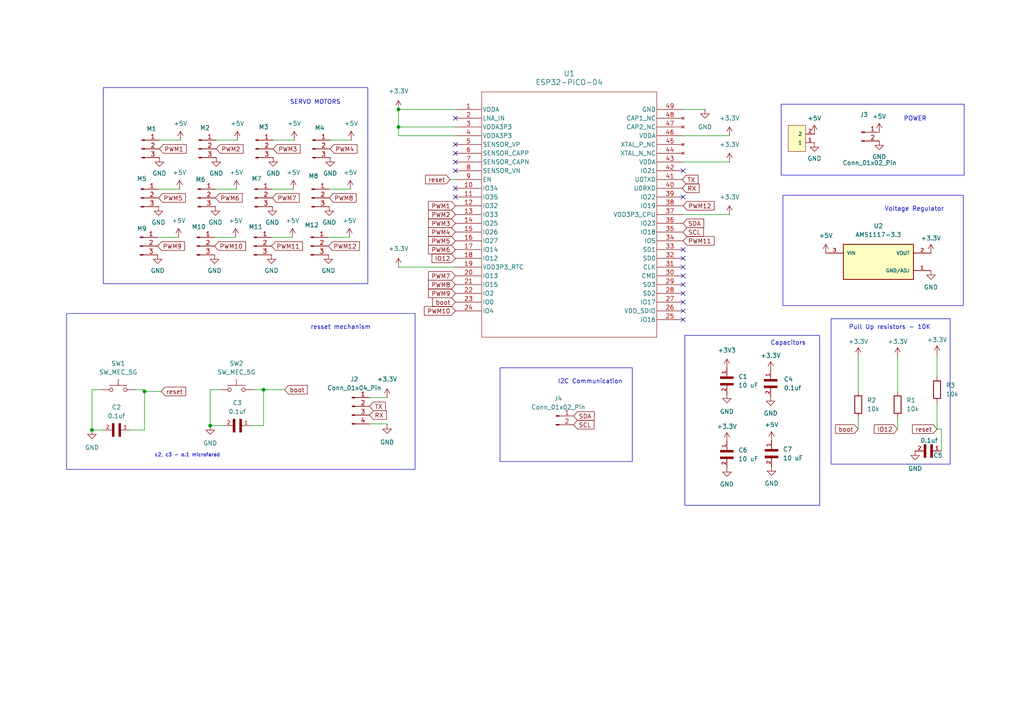
<source format=kicad_sch>
(kicad_sch (version 20231120) (generator "eeschema") (generator_version "8.0")
  (paper "A4")
  (title_block (title "ESP32SoC Shield") (date "2024-07-20") (company "ERC Bits Goa"))
  (lib_symbols
    (symbol "AMS1117-3.3:AMS1117-3.3" (pin_names (offset 1.016))
      (property "Reference" "U" (at -10.16 5.588 0))
      (property "Value" "AMS1117-3.3" (at -10.16 -8.128 0))
      (symbol "AMS1117-3.3_0_0"
        (rectangle (start -10.16 -5.08) (end 10.16 5.08) (stroke (width 0.254)) (fill (type background)))
        (pin power_in line (at 15.24 -2.54 180) (length 5.08) (name "GND/ADJ") (number "1"))
        (pin output line (at 15.24 2.54 180) (length 5.08) (name "VOUT") (number "2"))
        (pin input line (at -15.24 2.54 0) (length 5.08) (name "VIN") (number "3"))
      )
    )
    (symbol "Connector:Conn_01x02_Pin" (pin_names (offset 1.016) hide)
      (property "Reference" "J" (at 0 2.54 0))
      (property "Value" "Conn_01x02_Pin" (at 0 -5.08 0))
      (symbol "Conn_01x02_Pin_1_1"
        (polyline (pts (xy 1.27 -2.54) (xy 0.8636 -2.54)) (stroke (width 0.1524)))
        (polyline (pts (xy 1.27 0) (xy 0.8636 0)) (stroke (width 0.1524)))
        (rectangle (start 0.8636 -2.413) (end 0 -2.667) (stroke (width 0.1524)) (fill (type outline)))
        (rectangle (start 0.8636 0.127) (end 0 -0.127) (stroke (width 0.1524)) (fill (type outline)))
        (pin passive line (at 5.08 0 180) (length 3.81) (name "Pin_1") (number "1"))
        (pin passive line (at 5.08 -2.54 180) (length 3.81) (name "Pin_2") (number "2"))
      )
    )
    (symbol "Connector:Conn_01x03_Pin" (pin_names (offset 1.016) hide)
      (property "Reference" "J" (at 0 5.08 0))
      (property "Value" "Conn_01x03_Pin" (at 0 -5.08 0))
      (symbol "Conn_01x03_Pin_1_1"
        (polyline (pts (xy 1.27 -2.54) (xy 0.8636 -2.54)) (stroke (width 0.1524)))
        (polyline (pts (xy 1.27 0) (xy 0.8636 0)) (stroke (width 0.1524)))
        (polyline (pts (xy 1.27 2.54) (xy 0.8636 2.54)) (stroke (width 0.1524)))
        (rectangle (start 0.8636 -2.413) (end 0 -2.667) (stroke (width 0.1524)) (fill (type outline)))
        (rectangle (start 0.8636 0.127) (end 0 -0.127) (stroke (width 0.1524)) (fill (type outline)))
        (rectangle (start 0.8636 2.667) (end 0 2.413) (stroke (width 0.1524)) (fill (type outline)))
        (pin passive line (at 5.08 2.54 180) (length 3.81) (name "Pin_1") (number "1"))
        (pin passive line (at 5.08 0 180) (length 3.81) (name "Pin_2") (number "2"))
        (pin passive line (at 5.08 -2.54 180) (length 3.81) (name "Pin_3") (number "3"))
      )
    )
    (symbol "Connector:Conn_01x04_Pin" (pin_names (offset 1.016) hide)
      (property "Reference" "J" (at 0 5.08 0))
      (property "Value" "Conn_01x04_Pin" (at 0 -7.62 0))
      (symbol "Conn_01x04_Pin_1_1"
        (polyline (pts (xy 1.27 -5.08) (xy 0.8636 -5.08)) (stroke (width 0.1524)))
        (polyline (pts (xy 1.27 -2.54) (xy 0.8636 -2.54)) (stroke (width 0.1524)))
        (polyline (pts (xy 1.27 0) (xy 0.8636 0)) (stroke (width 0.1524)))
        (polyline (pts (xy 1.27 2.54) (xy 0.8636 2.54)) (stroke (width 0.1524)))
        (rectangle (start 0.8636 -4.953) (end 0 -5.207) (stroke (width 0.1524)) (fill (type outline)))
        (rectangle (start 0.8636 -2.413) (end 0 -2.667) (stroke (width 0.1524)) (fill (type outline)))
        (rectangle (start 0.8636 0.127) (end 0 -0.127) (stroke (width 0.1524)) (fill (type outline)))
        (rectangle (start 0.8636 2.667) (end 0 2.413) (stroke (width 0.1524)) (fill (type outline)))
        (pin passive line (at 5.08 2.54 180) (length 3.81) (name "Pin_1") (number "1"))
        (pin passive line (at 5.08 0 180) (length 3.81) (name "Pin_2") (number "2"))
        (pin passive line (at 5.08 -2.54 180) (length 3.81) (name "Pin_3") (number "3"))
        (pin passive line (at 5.08 -5.08 180) (length 3.81) (name "Pin_4") (number "4"))
      )
    )
    (symbol "Device:R" (pin_numbers hide) (pin_names (offset 0))
      (property "Reference" "R" (at 2.032 0 90))
      (property "Value" "R" (at 0 0 90))
      (symbol "R_0_1"
        (rectangle (start -1.016 -2.54) (end 1.016 2.54) (stroke (width 0.254)))
      )
      (symbol "R_1_1"
        (pin passive line (at 0 3.81 270) (length 1.27) (name "~") (number "1"))
        (pin passive line (at 0 -3.81 90) (length 1.27) (name "~") (number "2"))
      )
    )
    (symbol "Switch:SW_Push" (pin_numbers hide) (pin_names (offset 1.016) hide)
      (property "Reference" "SW" (at 1.27 2.54 0))
      (property "Value" "SW_Push" (at 0 -1.524 0))
      (symbol "SW_Push_0_1"
        (circle (center -2.032 0) (radius 0.508))
        (polyline (pts (xy 0 1.27) (xy 0 3.048)))
        (polyline (pts (xy 2.54 1.27) (xy -2.54 1.27)))
        (circle (center 2.032 0) (radius 0.508))
        (pin passive line (at -5.08 0 0) (length 2.54) (name "1") (number "1"))
        (pin passive line (at 5.08 0 180) (length 2.54) (name "2") (number "2"))
      )
    )
    (symbol "XT60_YELLOW:XT60_YELLOW" (pin_names (offset 1.016))
      (property "Reference" "Q" (at -2.5638 2.5579 0))
      (property "Value" "XT60_YELLOW" (at -2.5747 -7.6027 0))
      (symbol "XT60_YELLOW_0_0"
        (rectangle (start -2.54 -5.08) (end 2.54 2.54) (stroke (width 0.127)) (fill (type background)))
        (pin passive line (at -5.08 0 0) (length 2.54) (name "1") (number "1"))
        (pin passive line (at -5.08 -2.54 0) (length 2.54) (name "2") (number "2"))
      )
    )
    (symbol "espsoc:ESP32-PICO-D4" (pin_names (offset 0.254))
      (property "Reference" "U" (at 33.02 10.16 0))
      (property "Value" "ESP32-PICO-D4" (at 33.02 7.62 0))
      (symbol "ESP32-PICO-D4_0_1"
        (polyline (pts (xy 7.62 -66.04) (xy 58.42 -66.04)) (stroke (width 0.127)))
        (polyline (pts (xy 7.62 5.08) (xy 7.62 -66.04)) (stroke (width 0.127)))
        (polyline (pts (xy 58.42 -66.04) (xy 58.42 5.08)) (stroke (width 0.127)))
        (polyline (pts (xy 58.42 5.08) (xy 7.62 5.08)) (stroke (width 0.127)))
        (pin power_in line (at 0 0 0) (length 7.62) (name "VDDA") (number "1"))
        (pin input line (at 0 -22.86 0) (length 7.62) (name "IO34") (number "10"))
        (pin input line (at 0 -25.4 0) (length 7.62) (name "IO35") (number "11"))
        (pin bidirectional line (at 0 -27.94 0) (length 7.62) (name "IO32") (number "12"))
        (pin bidirectional line (at 0 -30.48 0) (length 7.62) (name "IO33") (number "13"))
        (pin bidirectional line (at 0 -33.02 0) (length 7.62) (name "IO25") (number "14"))
        (pin bidirectional line (at 0 -35.56 0) (length 7.62) (name "IO26") (number "15"))
        (pin bidirectional line (at 0 -38.1 0) (length 7.62) (name "IO27") (number "16"))
        (pin bidirectional line (at 0 -40.64 0) (length 7.62) (name "IO14") (number "17"))
        (pin bidirectional line (at 0 -43.18 0) (length 7.62) (name "IO12") (number "18"))
        (pin power_in line (at 0 -45.72 0) (length 7.62) (name "VDD3P3_RTC") (number "19"))
        (pin bidirectional line (at 0 -2.54 0) (length 7.62) (name "LNA_IN") (number "2"))
        (pin bidirectional line (at 0 -48.26 0) (length 7.62) (name "IO13") (number "20"))
        (pin bidirectional line (at 0 -50.8 0) (length 7.62) (name "IO15") (number "21"))
        (pin bidirectional line (at 0 -53.34 0) (length 7.62) (name "IO2") (number "22"))
        (pin bidirectional line (at 0 -55.88 0) (length 7.62) (name "IO0") (number "23"))
        (pin bidirectional line (at 0 -58.42 0) (length 7.62) (name "IO4") (number "24"))
        (pin bidirectional line (at 66.04 -60.96 180) (length 7.62) (name "IO16") (number "25"))
        (pin power_in line (at 66.04 -58.42 180) (length 7.62) (name "VDD_SDIO") (number "26"))
        (pin bidirectional line (at 66.04 -55.88 180) (length 7.62) (name "IO17") (number "27"))
        (pin bidirectional line (at 66.04 -53.34 180) (length 7.62) (name "SD2") (number "28"))
        (pin bidirectional line (at 66.04 -50.8 180) (length 7.62) (name "SD3") (number "29"))
        (pin power_in line (at 0 -5.08 0) (length 7.62) (name "VDDA3P3") (number "3"))
        (pin bidirectional line (at 66.04 -48.26 180) (length 7.62) (name "CMD") (number "30"))
        (pin bidirectional line (at 66.04 -45.72 180) (length 7.62) (name "CLK") (number "31"))
        (pin bidirectional line (at 66.04 -43.18 180) (length 7.62) (name "SD0") (number "32"))
        (pin bidirectional line (at 66.04 -40.64 180) (length 7.62) (name "SD1") (number "33"))
        (pin bidirectional line (at 66.04 -38.1 180) (length 7.62) (name "IO5") (number "34"))
        (pin bidirectional line (at 66.04 -35.56 180) (length 7.62) (name "IO18") (number "35"))
        (pin bidirectional line (at 66.04 -33.02 180) (length 7.62) (name "IO23") (number "36"))
        (pin power_in line (at 66.04 -30.48 180) (length 7.62) (name "VDD3P3_CPU") (number "37"))
        (pin bidirectional line (at 66.04 -27.94 180) (length 7.62) (name "IO19") (number "38"))
        (pin bidirectional line (at 66.04 -25.4 180) (length 7.62) (name "IO22") (number "39"))
        (pin power_in line (at 0 -7.62 0) (length 7.62) (name "VDDA3P3") (number "4"))
        (pin bidirectional line (at 66.04 -22.86 180) (length 7.62) (name "U0RXD") (number "40"))
        (pin bidirectional line (at 66.04 -20.32 180) (length 7.62) (name "U0TXD") (number "41"))
        (pin bidirectional line (at 66.04 -17.78 180) (length 7.62) (name "IO21") (number "42"))
        (pin power_in line (at 66.04 -15.24 180) (length 7.62) (name "VDDA") (number "43"))
        (pin no_connect line (at 66.04 -12.7 180) (length 7.62) (name "XTAL_N_NC") (number "44"))
        (pin no_connect line (at 66.04 -10.16 180) (length 7.62) (name "XTAL_P_NC") (number "45"))
        (pin power_in line (at 66.04 -7.62 180) (length 7.62) (name "VDDA") (number "46"))
        (pin no_connect line (at 66.04 -5.08 180) (length 7.62) (name "CAP2_NC") (number "47"))
        (pin no_connect line (at 66.04 -2.54 180) (length 7.62) (name "CAP1_NC") (number "48"))
        (pin power_out line (at 66.04 0 180) (length 7.62) (name "GND") (number "49"))
        (pin input line (at 0 -10.16 0) (length 7.62) (name "SENSOR_VP") (number "5"))
        (pin input line (at 0 -12.7 0) (length 7.62) (name "SENSOR_CAPP") (number "6"))
        (pin input line (at 0 -15.24 0) (length 7.62) (name "SENSOR_CAPN") (number "7"))
        (pin input line (at 0 -17.78 0) (length 7.62) (name "SENSOR_VN") (number "8"))
        (pin input line (at 0 -20.32 0) (length 7.62) (name "EN") (number "9"))
      )
    )
    (symbol "power:+3.3V" (power) (pin_numbers hide) (pin_names (offset 0) hide)
      (property "Value" "+3.3V" (at 0 3.556 0))
      (symbol "+3.3V_0_1"
        (polyline (pts (xy -0.762 1.27) (xy 0 2.54)))
        (polyline (pts (xy 0 0) (xy 0 2.54)))
        (polyline (pts (xy 0 2.54) (xy 0.762 1.27)))
      )
      (symbol "+3.3V_1_1"
        (pin power_in line (at 0 0 90) (length 0) (name "~") (number "1"))
      )
    )
    (symbol "power:+3V3" (power) (pin_numbers hide) (pin_names (offset 0) hide)
      (property "Value" "+3V3" (at 0 3.556 0))
      (symbol "+3V3_0_1"
        (polyline (pts (xy -0.762 1.27) (xy 0 2.54)))
        (polyline (pts (xy 0 0) (xy 0 2.54)))
        (polyline (pts (xy 0 2.54) (xy 0.762 1.27)))
      )
      (symbol "+3V3_1_1"
        (pin power_in line (at 0 0 90) (length 0) (name "~") (number "1"))
      )
    )
    (symbol "power:+5V" (power) (pin_numbers hide) (pin_names (offset 0) hide)
      (property "Value" "+5V" (at 0 3.556 0))
      (symbol "+5V_0_1"
        (polyline (pts (xy -0.762 1.27) (xy 0 2.54)))
        (polyline (pts (xy 0 0) (xy 0 2.54)))
        (polyline (pts (xy 0 2.54) (xy 0.762 1.27)))
      )
      (symbol "+5V_1_1"
        (pin power_in line (at 0 0 90) (length 0) (name "~") (number "1"))
      )
    )
    (symbol "power:GND" (power) (pin_numbers hide) (pin_names (offset 0) hide)
      (property "Value" "GND" (at 0 -3.81 0))
      (symbol "GND_0_1"
        (polyline (pts (xy 0 0) (xy 0 -1.27) (xy 1.27 -1.27) (xy 0 -2.54) (xy -1.27 -1.27) (xy 0 -1.27)))
      )
      (symbol "GND_1_1"
        (pin power_in line (at 0 0 270) (length 0) (name "~") (number "1"))
      )
    )
    (symbol "smd cap 1005:0402ZD105KAT2A" (pin_names (offset 1.016))
      (property "Reference" "C" (at 0 3.8109 0))
      (property "Value" "0402ZD105KAT2A" (at 0 -5.0885 0))
      (symbol "0402ZD105KAT2A_0_0"
        (rectangle (start 0 -1.9069) (end 0.635 1.905) (stroke (width 0.1)) (fill (type outline)))
        (rectangle (start 1.9069 -1.9069) (end 2.54 1.905) (stroke (width 0.1)) (fill (type outline)))
        (pin passive line (at -2.54 0 0) (length 2.54) (name "~") (number "1"))
        (pin passive line (at 5.08 0 180) (length 2.54) (name "~") (number "2"))
      )
    )
  )
  (junction (at 76.454 113.03))
  (junction (at 60.96 123.444))
  (junction (at 41.91 113.538))
  (junction (at 115.57 31.75))
  (junction (at 26.67 124.714))
  (junction (at 115.57 36.83))
  (no_connect (at 198.12 85.09))
  (no_connect (at 198.12 49.53))
  (no_connect (at 132.08 41.91))
  (no_connect (at 132.08 46.99))
  (no_connect (at 132.08 49.53))
  (no_connect (at 198.12 82.55))
  (no_connect (at 198.12 87.63))
  (no_connect (at 198.12 92.71))
  (no_connect (at 198.12 72.39))
  (no_connect (at 132.08 34.29))
  (no_connect (at 132.08 44.45))
  (no_connect (at 198.12 90.17))
  (no_connect (at 198.12 77.47))
  (no_connect (at 132.08 54.61))
  (no_connect (at 198.12 74.93))
  (no_connect (at 132.08 57.15))
  (no_connect (at 198.12 57.15))
  (no_connect (at 198.12 80.01))
  (wire (pts (xy 45.72 68.834) (xy 51.816 68.834)))
  (wire (pts (xy 73.66 113.03) (xy 76.454 113.03)))
  (wire (pts (xy 95.504 54.864) (xy 101.6 54.864)))
  (wire (pts (xy 45.974 54.864) (xy 52.07 54.864)))
  (wire (pts (xy 76.454 113.03) (xy 82.55 113.03)))
  (wire (pts (xy 62.484 54.864) (xy 68.58 54.864)))
  (wire (pts (xy 78.994 54.864) (xy 85.09 54.864)))
  (wire (pts (xy 63.5 113.03) (xy 60.96 113.03)))
  (wire (pts (xy 132.08 52.07) (xy 130.556 52.07)))
  (wire (pts (xy 60.96 123.444) (xy 65.024 123.444)))
  (wire (pts (xy 211.582 39.37) (xy 198.12 39.37)))
  (wire (pts (xy 271.78 124.46) (xy 271.78 116.84)))
  (wire (pts (xy 29.21 113.03) (xy 26.67 113.03)))
  (wire (pts (xy 26.67 124.714) (xy 29.972 124.714)))
  (wire (pts (xy 62.23 68.834) (xy 68.326 68.834)))
  (wire (pts (xy 271.78 109.22) (xy 271.78 102.87)))
  (wire (pts (xy 79.248 40.64) (xy 85.344 40.64)))
  (wire (pts (xy 211.582 46.99) (xy 198.12 46.99)))
  (wire (pts (xy 115.57 39.37) (xy 132.08 39.37)))
  (wire (pts (xy 198.12 52.07) (xy 197.866 52.07)))
  (wire (pts (xy 211.582 62.23) (xy 198.12 62.23)))
  (wire (pts (xy 248.92 103.378) (xy 248.92 113.538)))
  (wire (pts (xy 78.74 68.834) (xy 84.836 68.834)))
  (wire (pts (xy 115.57 31.75) (xy 132.08 31.75)))
  (wire (pts (xy 107.188 115.316) (xy 112.268 115.316)))
  (wire (pts (xy 107.188 122.936) (xy 112.268 122.936)))
  (wire (pts (xy 41.91 113.538) (xy 46.736 113.538)))
  (wire (pts (xy 41.91 113.03) (xy 41.91 113.538)))
  (wire (pts (xy 95.758 40.64) (xy 101.854 40.64)))
  (wire (pts (xy 76.454 113.03) (xy 76.454 123.444)))
  (wire (pts (xy 115.57 77.47) (xy 132.08 77.47)))
  (wire (pts (xy 198.12 31.75) (xy 204.47 31.75)))
  (wire (pts (xy 115.57 31.75) (xy 115.57 36.83)))
  (wire (pts (xy 95.25 68.834) (xy 101.346 68.834)))
  (wire (pts (xy 115.57 36.83) (xy 115.57 39.37)))
  (wire (pts (xy 46.228 40.64) (xy 52.324 40.64)))
  (wire (pts (xy 273.05 124.46) (xy 271.78 124.46)))
  (wire (pts (xy 76.454 123.444) (xy 72.644 123.444)))
  (wire (pts (xy 39.37 113.03) (xy 41.91 113.03)))
  (wire (pts (xy 260.35 103.378) (xy 260.35 113.538)))
  (wire (pts (xy 273.05 130.81) (xy 273.05 124.46)))
  (wire (pts (xy 248.92 121.158) (xy 248.92 124.46)))
  (wire (pts (xy 260.35 121.158) (xy 260.35 124.46)))
  (wire (pts (xy 26.67 113.03) (xy 26.67 124.714)))
  (wire (pts (xy 62.738 40.64) (xy 68.834 40.64)))
  (wire (pts (xy 112.268 122.936) (xy 112.268 123.19)))
  (wire (pts (xy 115.57 36.83) (xy 132.08 36.83)))
  (wire (pts (xy 60.96 113.03) (xy 60.96 123.444)))
  (wire (pts (xy 198.12 54.61) (xy 197.866 54.61)))
  (wire (pts (xy 41.91 124.714) (xy 37.592 124.714)))
  (wire (pts (xy 41.91 113.538) (xy 41.91 124.714)))
  (rectangle (start 227.076 56.642) (end 279.4 88.646))
  (rectangle (start 145.034 106.68) (end 183.388 133.858))
  (rectangle (start 19.304 90.932) (end 120.396 136.144))
  (rectangle (start 241.046 92.456) (end 275.59 134.62))
  (rectangle (start 226.568 30.226) (end 279.654 50.8))
  (rectangle (start 29.972 25.4) (end 106.68 82.296))
  (rectangle (start 198.628 97.282) (end 237.744 146.558))
  (text "I2C Communication\n" (at 171.196 110.744 0) (effects (font (size 1.27 1.27))))
  (text "POWER" (at 265.43 34.544 0) (effects (font (size 1.27 1.27))))
  (text "c2, c3 - o.1 microfarad" (at 54.356 132.08 0) (effects (font (size 1 1))))
  (text "SERVO MOTORS" (at 91.44 29.718 0) (effects (font (size 1.27 1.27))))
  (text "Voltage Regulator\n" (at 265.176 60.706 0) (effects (font (size 1.27 1.27))))
  (text "Capacitors\n" (at 228.6 99.568 0) (effects (font (size 1.27 1.27))))
  (text "resset mechanism\n" (at 98.806 94.996 0) (effects (font (size 1.27 1.27))))
  (text "Pull Up resistors - 10K\n" (at 258.064 94.996 0) (effects (font (size 1.27 1.27))))
  (global_label "boot" (shape input) (at 132.08 87.63 180) (property "Intersheetrefs" "${INTERSHEET_REFS}" (effects (hide yes))))
  (global_label "PWM12" (shape input) (at 95.25 71.374 0) (property "Intersheetrefs" "${INTERSHEET_REFS}" (effects (hide yes))))
  (global_label "PWM9" (shape input) (at 132.08 85.09 180) (property "Intersheetrefs" "${INTERSHEET_REFS}" (effects (hide yes))))
  (global_label "PWM8" (shape input) (at 95.504 57.404 0) (property "Intersheetrefs" "${INTERSHEET_REFS}" (effects (hide yes))))
  (global_label "PWM11" (shape input) (at 78.74 71.374 0) (property "Intersheetrefs" "${INTERSHEET_REFS}" (effects (hide yes))))
  (global_label "SDA" (shape input) (at 166.37 120.65 0) (property "Intersheetrefs" "${INTERSHEET_REFS}" (effects (hide yes))))
  (global_label "PWM1" (shape input) (at 46.228 43.18 0) (property "Intersheetrefs" "${INTERSHEET_REFS}" (effects (hide yes))))
  (global_label "boot" (shape input) (at 248.92 124.46 180) (property "Intersheetrefs" "${INTERSHEET_REFS}" (effects (hide yes))))
  (global_label "TX" (shape input) (at 107.188 117.856 0) (property "Intersheetrefs" "${INTERSHEET_REFS}" (effects (hide yes))))
  (global_label "SDA" (shape input) (at 198.12 64.77 0) (property "Intersheetrefs" "${INTERSHEET_REFS}" (effects (hide yes))))
  (global_label "PWM6" (shape input) (at 62.484 57.404 0) (property "Intersheetrefs" "${INTERSHEET_REFS}" (effects (hide yes))))
  (global_label "reset" (shape input) (at 130.556 52.07 180) (property "Intersheetrefs" "${INTERSHEET_REFS}" (effects (hide yes))))
  (global_label "PWM10" (shape input) (at 62.23 71.374 0) (property "Intersheetrefs" "${INTERSHEET_REFS}" (effects (hide yes))))
  (global_label "IO12" (shape input) (at 260.35 124.46 180) (property "Intersheetrefs" "${INTERSHEET_REFS}" (effects (hide yes))))
  (global_label "PWM2" (shape input) (at 132.08 62.23 180) (property "Intersheetrefs" "${INTERSHEET_REFS}" (effects (hide yes))))
  (global_label "PWM9" (shape input) (at 45.72 71.374 0) (property "Intersheetrefs" "${INTERSHEET_REFS}" (effects (hide yes))))
  (global_label "RX" (shape input) (at 107.188 120.396 0) (property "Intersheetrefs" "${INTERSHEET_REFS}" (effects (hide yes))))
  (global_label "TX" (shape input) (at 197.866 52.07 0) (property "Intersheetrefs" "${INTERSHEET_REFS}" (effects (hide yes))))
  (global_label "PWM2" (shape input) (at 62.738 43.18 0) (property "Intersheetrefs" "${INTERSHEET_REFS}" (effects (hide yes))))
  (global_label "IO12" (shape input) (at 132.08 74.93 180) (property "Intersheetrefs" "${INTERSHEET_REFS}" (effects (hide yes))))
  (global_label "PWM8" (shape input) (at 132.08 82.55 180) (property "Intersheetrefs" "${INTERSHEET_REFS}" (effects (hide yes))))
  (global_label "PWM6" (shape input) (at 132.08 72.39 180) (property "Intersheetrefs" "${INTERSHEET_REFS}" (effects (hide yes))))
  (global_label "PWM5" (shape input) (at 45.974 57.404 0) (property "Intersheetrefs" "${INTERSHEET_REFS}" (effects (hide yes))))
  (global_label "SCL" (shape input) (at 198.12 67.31 0) (property "Intersheetrefs" "${INTERSHEET_REFS}" (effects (hide yes))))
  (global_label "PWM5" (shape input) (at 132.08 69.85 180) (property "Intersheetrefs" "${INTERSHEET_REFS}" (effects (hide yes))))
  (global_label "PWM1" (shape input) (at 132.08 59.69 180) (property "Intersheetrefs" "${INTERSHEET_REFS}" (effects (hide yes))))
  (global_label "PWM3" (shape input) (at 132.08 64.77 180) (property "Intersheetrefs" "${INTERSHEET_REFS}" (effects (hide yes))))
  (global_label "RX" (shape input) (at 197.866 54.61 0) (property "Intersheetrefs" "${INTERSHEET_REFS}" (effects (hide yes))))
  (global_label "reset" (shape input) (at 271.78 124.46 180) (property "Intersheetrefs" "${INTERSHEET_REFS}" (effects (hide yes))))
  (global_label "reset" (shape input) (at 46.736 113.538 0) (property "Intersheetrefs" "${INTERSHEET_REFS}" (effects (hide yes))))
  (global_label "PWM12" (shape input) (at 198.12 59.69 0) (property "Intersheetrefs" "${INTERSHEET_REFS}" (effects (hide yes))))
  (global_label "SCL" (shape input) (at 166.37 123.19 0) (property "Intersheetrefs" "${INTERSHEET_REFS}" (effects (hide yes))))
  (global_label "PWM11" (shape input) (at 198.12 69.85 0) (property "Intersheetrefs" "${INTERSHEET_REFS}" (effects (hide yes))))
  (global_label "PWM3" (shape input) (at 79.248 43.18 0) (property "Intersheetrefs" "${INTERSHEET_REFS}" (effects (hide yes))))
  (global_label "PWM4" (shape input) (at 95.758 43.18 0) (property "Intersheetrefs" "${INTERSHEET_REFS}" (effects (hide yes))))
  (global_label "PWM10" (shape input) (at 132.08 90.17 180) (property "Intersheetrefs" "${INTERSHEET_REFS}" (effects (hide yes))))
  (global_label "boot" (shape input) (at 82.55 113.03 0) (property "Intersheetrefs" "${INTERSHEET_REFS}" (effects (hide yes))))
  (global_label "PWM7" (shape input) (at 132.08 80.01 180) (property "Intersheetrefs" "${INTERSHEET_REFS}" (effects (hide yes))))
  (global_label "PWM4" (shape input) (at 132.08 67.31 180) (property "Intersheetrefs" "${INTERSHEET_REFS}" (effects (hide yes))))
  (global_label "PWM7" (shape input) (at 78.994 57.404 0) (property "Intersheetrefs" "${INTERSHEET_REFS}" (effects (hide yes))))
  (symbol (lib_id "Connector:Conn_01x04_Pin") (at 102.108 117.856 0) (unit 1)
    (property "Reference" "J2" (at 102.743 109.982 0))
    (property "Value" "Conn_01x04_Pin" (at 102.743 112.522 0))
    (property "Footprint" "Connector_PinHeader_1.27mm:PinHeader_1x04_P1.27mm_Vertical" (effects (hide yes)))
    (property "Description" "Generic connector, single row, 01x04, script generated" (effects (hide yes)))
  )
  (symbol (lib_id "Connector:Conn_01x03_Pin") (at 74.168 43.18 0) (unit 1)
    (property "Reference" "M3" (at 76.454 36.83 0))
    (property "Value" "Conn_01x03_Pin" (effects (hide yes)))
    (property "Footprint" "Connector_PinHeader_2.54mm:PinHeader_1x03_P2.54mm_Vertical" (effects (hide yes)))
    (property "Description" "Generic connector, single row, 01x03, script generated" (effects (hide yes)))
  )
  (symbol (lib_id "power:GND") (at 45.974 59.944 0) (unit 1)
    (property "Reference" "#PWR014" (effects (hide yes)))
    (property "Value" "GND" (at 45.974 64.516 0))
    (property "Description" "Power symbol creates a global label with name \"GND\" , ground" (effects (hide yes)))
  )
  (symbol (lib_id "power:GND") (at 255.016 40.894 0) (unit 1)
    (property "Reference" "#PWR047" (effects (hide yes)))
    (property "Value" "GND" (at 255.016 45.466 0))
    (property "Description" "Power symbol creates a global label with name \"GND\" , ground" (effects (hide yes)))
  )
  (symbol (lib_id "power:+3.3V") (at 260.35 103.378 0) (unit 1)
    (property "Reference" "#PWR042" (effects (hide yes)))
    (property "Value" "+3.3V" (at 260.35 99.06 0))
    (property "Description" "Power symbol creates a global label with name \"+3.3V\"" (effects (hide yes)))
  )
  (symbol (lib_id "power:+5V") (at 101.346 68.834 0) (unit 1)
    (property "Reference" "#PWR026" (effects (hide yes)))
    (property "Value" "+5V" (at 101.346 64.008 0))
    (property "Description" "Power symbol creates a global label with name \"+5V\"" (effects (hide yes)))
  )
  (symbol (lib_id "power:GND") (at 95.504 59.944 0) (unit 1)
    (property "Reference" "#PWR07" (effects (hide yes)))
    (property "Value" "GND" (at 95.504 64.516 0))
    (property "Description" "Power symbol creates a global label with name \"GND\" , ground" (effects (hide yes)))
  )
  (symbol (lib_id "power:+5V") (at 85.09 54.864 0) (unit 1)
    (property "Reference" "#PWR020" (effects (hide yes)))
    (property "Value" "+5V" (at 85.09 50.038 0))
    (property "Description" "Power symbol creates a global label with name \"+5V\"" (effects (hide yes)))
  )
  (symbol (lib_id "power:+5V") (at 255.016 38.354 0) (unit 1)
    (property "Reference" "#PWR046" (effects (hide yes)))
    (property "Value" "+5V" (at 255.016 33.782 0))
    (property "Description" "Power symbol creates a global label with name \"+5V\"" (effects (hide yes)))
  )
  (symbol (lib_id "power:GND") (at 45.72 73.914 0) (unit 1)
    (property "Reference" "#PWR013" (effects (hide yes)))
    (property "Value" "GND" (at 45.72 78.486 0))
    (property "Description" "Power symbol creates a global label with name \"GND\" , ground" (effects (hide yes)))
  )
  (symbol (lib_id "Connector:Conn_01x03_Pin") (at 40.64 71.374 0) (unit 1)
    (property "Reference" "M9" (at 41.148 66.294 0))
    (property "Value" "Conn_01x03_Pin" (effects (hide yes)))
    (property "Footprint" "Connector_PinHeader_2.54mm:PinHeader_1x03_P2.54mm_Vertical" (effects (hide yes)))
    (property "Description" "Generic connector, single row, 01x03, script generated" (effects (hide yes)))
  )
  (symbol (lib_id "power:GND") (at 210.82 135.636 0) (unit 1)
    (property "Reference" "#PWR051" (effects (hide yes)))
    (property "Value" "GND" (at 210.82 140.462 0))
    (property "Description" "Power symbol creates a global label with name \"GND\" , ground" (effects (hide yes)))
  )
  (symbol (lib_id "power:+3.3V") (at 271.78 102.87 0) (unit 1)
    (property "Reference" "#PWR048" (effects (hide yes)))
    (property "Value" "+3.3V" (at 271.78 98.552 0))
    (property "Description" "Power symbol creates a global label with name \"+3.3V\"" (effects (hide yes)))
  )
  (symbol (lib_id "power:GND") (at 26.67 124.714 0) (unit 1)
    (property "Reference" "#PWR029" (effects (hide yes)))
    (property "Value" "GND" (at 26.67 129.794 0))
    (property "Description" "Power symbol creates a global label with name \"GND\" , ground" (effects (hide yes)))
  )
  (symbol (lib_id "power:GND") (at 60.96 123.444 0) (unit 1)
    (property "Reference" "#PWR036" (effects (hide yes)))
    (property "Value" "GND" (at 60.96 128.524 0))
    (property "Description" "Power symbol creates a global label with name \"GND\" , ground" (effects (hide yes)))
  )
  (symbol (lib_id "power:+3.3V") (at 223.52 107.442 0) (unit 1)
    (property "Reference" "#PWR052" (effects (hide yes)))
    (property "Value" "+3.3V" (at 223.52 103.124 0))
    (property "Description" "Power symbol creates a global label with name \"+3.3V\"" (effects (hide yes)))
  )
  (symbol (lib_id "Connector:Conn_01x02_Pin") (at 161.29 120.65 0) (unit 1)
    (property "Reference" "J4" (at 161.925 115.57 0))
    (property "Value" "Conn_01x02_Pin" (at 161.925 118.11 0))
    (property "Footprint" "Connector_JST:JST_XH_B2B-XH-A_1x02_P2.50mm_Vertical" (effects (hide yes)))
    (property "Description" "Generic connector, single row, 01x02, script generated" (effects (hide yes)))
  )
  (symbol (lib_id "smd cap 1005:0402ZD105KAT2A") (at 210.82 109.22 270) (unit 1)
    (property "Reference" "C1" (at 214.122 109.2199 90) (effects (justify left)))
    (property "Value" "10 uF" (at 214.122 111.7599 90) (effects (justify left)))
    (property "Footprint" "Capacitor_SMD:C_0402_1005Metric_Pad0.74x0.62mm_HandSolder" (effects (hide yes)))
    (property "Description" "Unpolarized capacitor" (effects (hide yes)))
    (property "MF" "KYOCERA AVX" (effects (hide yes)))
    (property "Description_1" "\n1 µF ±10% 10V Ceramic Capacitor X5R 0402 (1005 Metric)\n" (effects (hide yes)))
    (property "Package" "1005 AVX" (effects (hide yes)))
    (property "Price" "None" (effects (hide yes)))
    (property "SnapEDA_Link" "https://www.snapeda.com/parts/0402ZD105KAT2A/Kyocera/view-part/?ref=snap" (effects (hide yes)))
    (property "MP" "0402ZD105KAT2A" (effects (hide yes)))
    (property "Purchase-URL" "https://www.snapeda.com/api/url_track_click_mouser/?unipart_id=11838191&manufacturer=KYOCERA AVX&part_name=0402ZD105KAT2A&search_term=None" (effects (hide yes)))
    (property "Availability" "In Stock" (effects (hide yes)))
    (property "Check_prices" "https://www.snapeda.com/parts/0402ZD105KAT2A/Kyocera/view-part/?ref=eda" (effects (hide yes)))
  )
  (symbol (lib_id "power:+5V") (at 239.522 73.406 0) (unit 1)
    (property "Reference" "#PWR039" (effects (hide yes)))
    (property "Value" "+5V" (at 239.522 68.326 0))
    (property "Description" "Power symbol creates a global label with name \"+5V\"" (effects (hide yes)))
  )
  (symbol (lib_id "power:GND") (at 78.994 59.944 0) (unit 1)
    (property "Reference" "#PWR010" (effects (hide yes)))
    (property "Value" "GND" (at 78.994 64.516 0))
    (property "Description" "Power symbol creates a global label with name \"GND\" , ground" (effects (hide yes)))
  )
  (symbol (lib_id "power:GND") (at 265.43 130.81 0) (unit 1)
    (property "Reference" "#PWR049" (effects (hide yes)))
    (property "Value" "GND" (at 265.43 135.89 0))
    (property "Description" "Power symbol creates a global label with name \"GND\" , ground" (effects (hide yes)))
  )
  (symbol (lib_id "power:GND") (at 270.002 78.486 0) (unit 1)
    (property "Reference" "#PWR041" (effects (hide yes)))
    (property "Value" "GND" (at 270.002 83.312 0))
    (property "Description" "Power symbol creates a global label with name \"GND\" , ground" (effects (hide yes)))
  )
  (symbol (lib_id "power:+3.3V") (at 115.57 31.75 0) (unit 1)
    (property "Reference" "#PWR038" (effects (hide yes)))
    (property "Value" "+3.3V" (at 115.57 26.416 0))
    (property "Description" "Power symbol creates a global label with name \"+3.3V\"" (effects (hide yes)))
  )
  (symbol (lib_id "smd cap 1005:0402ZD105KAT2A") (at 223.774 130.302 270) (unit 1)
    (property "Reference" "C7" (at 227.076 130.3019 90) (effects (justify left)))
    (property "Value" "10 uF" (at 227.076 132.8419 90) (effects (justify left)))
    (property "Footprint" "Capacitor_SMD:C_0402_1005Metric_Pad0.74x0.62mm_HandSolder" (effects (hide yes)))
    (property "Description" "Unpolarized capacitor" (effects (hide yes)))
    (property "MF" "KYOCERA AVX" (effects (hide yes)))
    (property "Description_1" "\n1 µF ±10% 10V Ceramic Capacitor X5R 0402 (1005 Metric)\n" (effects (hide yes)))
    (property "Package" "1005 AVX" (effects (hide yes)))
    (property "Price" "None" (effects (hide yes)))
    (property "SnapEDA_Link" "https://www.snapeda.com/parts/0402ZD105KAT2A/Kyocera/view-part/?ref=snap" (effects (hide yes)))
    (property "MP" "0402ZD105KAT2A" (effects (hide yes)))
    (property "Purchase-URL" "https://www.snapeda.com/api/url_track_click_mouser/?unipart_id=11838191&manufacturer=KYOCERA AVX&part_name=0402ZD105KAT2A&search_term=None" (effects (hide yes)))
    (property "Availability" "In Stock" (effects (hide yes)))
    (property "Check_prices" "https://www.snapeda.com/parts/0402ZD105KAT2A/Kyocera/view-part/?ref=eda" (effects (hide yes)))
  )
  (symbol (lib_id "power:+3.3V") (at 211.582 39.37 0) (unit 1)
    (property "Reference" "#PWR035" (effects (hide yes)))
    (property "Value" "+3.3V" (at 211.582 34.29 0))
    (property "Description" "Power symbol creates a global label with name \"+3.3V\"" (effects (hide yes)))
  )
  (symbol (lib_id "power:+5V") (at 68.58 54.864 0) (unit 1)
    (property "Reference" "#PWR021" (effects (hide yes)))
    (property "Value" "+5V" (at 68.58 50.038 0))
    (property "Description" "Power symbol creates a global label with name \"+5V\"" (effects (hide yes)))
  )
  (symbol (lib_id "power:GND") (at 223.774 135.382 0) (unit 1)
    (property "Reference" "#PWR053" (effects (hide yes)))
    (property "Value" "GND" (at 223.774 140.208 0))
    (property "Description" "Power symbol creates a global label with name \"GND\" , ground" (effects (hide yes)))
  )
  (symbol (lib_id "Connector:Conn_01x03_Pin") (at 40.894 57.404 0) (unit 1)
    (property "Reference" "M5" (at 41.148 51.816 0))
    (property "Value" "Conn_01x03_Pin" (effects (hide yes)))
    (property "Footprint" "Connector_PinHeader_2.54mm:PinHeader_1x03_P2.54mm_Vertical" (effects (hide yes)))
    (property "Description" "Generic connector, single row, 01x03, script generated" (effects (hide yes)))
  )
  (symbol (lib_id "power:+5V") (at 52.324 40.64 0) (unit 1)
    (property "Reference" "#PWR015" (effects (hide yes)))
    (property "Value" "+5V" (at 52.324 35.814 0))
    (property "Description" "Power symbol creates a global label with name \"+5V\"" (effects (hide yes)))
  )
  (symbol (lib_id "power:+5V") (at 68.834 40.64 0) (unit 1)
    (property "Reference" "#PWR016" (effects (hide yes)))
    (property "Value" "+5V" (at 68.834 35.814 0))
    (property "Description" "Power symbol creates a global label with name \"+5V\"" (effects (hide yes)))
  )
  (symbol (lib_id "smd cap 1005:0402ZD105KAT2A") (at 35.052 124.714 180) (unit 1)
    (property "Reference" "C2" (at 33.782 118.11 0))
    (property "Value" "0.1uf" (at 33.782 120.65 0))
    (property "Footprint" "Capacitor_SMD:C_0402_1005Metric_Pad0.74x0.62mm_HandSolder" (effects (hide yes)))
    (property "Description" "Unpolarized capacitor" (effects (hide yes)))
    (property "MF" "KYOCERA AVX" (effects (hide yes)))
    (property "Description_1" "\n1 µF ±10% 10V Ceramic Capacitor X5R 0402 (1005 Metric)\n" (effects (hide yes)))
    (property "Package" "1005 AVX" (effects (hide yes)))
    (property "Price" "None" (effects (hide yes)))
    (property "SnapEDA_Link" "https://www.snapeda.com/parts/0402ZD105KAT2A/Kyocera/view-part/?ref=snap" (effects (hide yes)))
    (property "MP" "0402ZD105KAT2A" (effects (hide yes)))
    (property "Purchase-URL" "https://www.snapeda.com/api/url_track_click_mouser/?unipart_id=11838191&manufacturer=KYOCERA AVX&part_name=0402ZD105KAT2A&search_term=None" (effects (hide yes)))
    (property "Availability" "In Stock" (effects (hide yes)))
    (property "Check_prices" "https://www.snapeda.com/parts/0402ZD105KAT2A/Kyocera/view-part/?ref=eda" (effects (hide yes)))
  )
  (symbol (lib_id "Connector:Conn_01x03_Pin") (at 57.658 43.18 0) (unit 1)
    (property "Reference" "M2" (at 59.436 37.084 0))
    (property "Value" "Conn_01x03_Pin" (effects (hide yes)))
    (property "Footprint" "Connector_PinHeader_2.54mm:PinHeader_1x03_P2.54mm_Vertical" (effects (hide yes)))
    (property "Description" "Generic connector, single row, 01x03, script generated" (effects (hide yes)))
  )
  (symbol (lib_id "Switch:SW_Push") (at 68.58 113.03 0) (unit 1)
    (property "Reference" "SW2" (at 68.58 105.41 0))
    (property "Value" "SW_MEC_5G" (at 68.58 107.95 0))
    (property "Footprint" "Button_Switch_SMD:SW_Tactile_SPST_NO_Straight_CK_PTS636Sx25SMTRLFS" (effects (hide yes)))
    (property "Description" "Push button switch, generic, two pins" (effects (hide yes)))
  )
  (symbol (lib_id "smd cap 1005:0402ZD105KAT2A") (at 270.51 130.81 180) (unit 1)
    (property "Reference" "C5" (at 272.034 132.08 0))
    (property "Value" "0.1uf" (at 269.494 127.762 0))
    (property "Footprint" "Capacitor_SMD:C_0402_1005Metric_Pad0.74x0.62mm_HandSolder" (effects (hide yes)))
    (property "Description" "Unpolarized capacitor" (effects (hide yes)))
    (property "MF" "KYOCERA AVX" (effects (hide yes)))
    (property "Description_1" "\n1 µF ±10% 10V Ceramic Capacitor X5R 0402 (1005 Metric)\n" (effects (hide yes)))
    (property "Package" "1005 AVX" (effects (hide yes)))
    (property "Price" "None" (effects (hide yes)))
    (property "SnapEDA_Link" "https://www.snapeda.com/parts/0402ZD105KAT2A/Kyocera/view-part/?ref=snap" (effects (hide yes)))
    (property "MP" "0402ZD105KAT2A" (effects (hide yes)))
    (property "Purchase-URL" "https://www.snapeda.com/api/url_track_click_mouser/?unipart_id=11838191&manufacturer=KYOCERA AVX&part_name=0402ZD105KAT2A&search_term=None" (effects (hide yes)))
    (property "Availability" "In Stock" (effects (hide yes)))
    (property "Check_prices" "https://www.snapeda.com/parts/0402ZD105KAT2A/Kyocera/view-part/?ref=eda" (effects (hide yes)))
  )
  (symbol (lib_id "power:GND") (at 204.47 31.75 0) (unit 1)
    (property "Reference" "#PWR02" (effects (hide yes)))
    (property "Value" "GND" (at 204.47 36.83 0))
    (property "Description" "Power symbol creates a global label with name \"GND\" , ground" (effects (hide yes)))
  )
  (symbol (lib_id "Connector:Conn_01x03_Pin") (at 73.66 71.374 0) (unit 1)
    (property "Reference" "M11" (at 74.168 65.786 0))
    (property "Value" "Conn_01x03_Pin" (effects (hide yes)))
    (property "Footprint" "Connector_PinHeader_2.54mm:PinHeader_1x03_P2.54mm_Vertical" (effects (hide yes)))
    (property "Description" "Generic connector, single row, 01x03, script generated" (effects (hide yes)))
  )
  (symbol (lib_id "power:GND") (at 223.52 115.062 0) (unit 1)
    (property "Reference" "#PWR043" (effects (hide yes)))
    (property "Value" "GND" (at 223.52 119.888 0))
    (property "Description" "Power symbol creates a global label with name \"GND\" , ground" (effects (hide yes)))
  )
  (symbol (lib_id "Switch:SW_Push") (at 34.29 113.03 0) (unit 1)
    (property "Reference" "SW1" (at 34.29 105.41 0))
    (property "Value" "SW_MEC_5G" (at 34.29 107.95 0))
    (property "Footprint" "Button_Switch_SMD:SW_Tactile_SPST_NO_Straight_CK_PTS636Sx25SMTRLFS" (effects (hide yes)))
    (property "Description" "Push button switch, generic, two pins" (effects (hide yes)))
  )
  (symbol (lib_id "power:+5V") (at 84.836 68.834 0) (unit 1)
    (property "Reference" "#PWR025" (effects (hide yes)))
    (property "Value" "+5V" (at 84.836 64.008 0))
    (property "Description" "Power symbol creates a global label with name \"+5V\"" (effects (hide yes)))
  )
  (symbol (lib_id "smd cap 1005:0402ZD105KAT2A") (at 210.82 130.556 270) (unit 1)
    (property "Reference" "C6" (at 214.122 130.5559 90) (effects (justify left)))
    (property "Value" "10 uF" (at 214.122 133.0959 90) (effects (justify left)))
    (property "Footprint" "Capacitor_SMD:C_0402_1005Metric_Pad0.74x0.62mm_HandSolder" (effects (hide yes)))
    (property "Description" "Unpolarized capacitor" (effects (hide yes)))
    (property "MF" "KYOCERA AVX" (effects (hide yes)))
    (property "Description_1" "\n1 µF ±10% 10V Ceramic Capacitor X5R 0402 (1005 Metric)\n" (effects (hide yes)))
    (property "Package" "1005 AVX" (effects (hide yes)))
    (property "Price" "None" (effects (hide yes)))
    (property "SnapEDA_Link" "https://www.snapeda.com/parts/0402ZD105KAT2A/Kyocera/view-part/?ref=snap" (effects (hide yes)))
    (property "MP" "0402ZD105KAT2A" (effects (hide yes)))
    (property "Purchase-URL" "https://www.snapeda.com/api/url_track_click_mouser/?unipart_id=11838191&manufacturer=KYOCERA AVX&part_name=0402ZD105KAT2A&search_term=None" (effects (hide yes)))
    (property "Availability" "In Stock" (effects (hide yes)))
    (property "Check_prices" "https://www.snapeda.com/parts/0402ZD105KAT2A/Kyocera/view-part/?ref=eda" (effects (hide yes)))
  )
  (symbol (lib_id "XT60_YELLOW:XT60_YELLOW") (at 231.14 41.402 180) (unit 1)
    (property "Reference" "J1" (effects (hide yes)))
    (property "Value" "DCJ200-10-A-XX-K_REVA" (effects (hide yes)))
    (property "Footprint" "Connector_AMASS:AMASS_XT30U-M_1x02_P5.0mm_Vertical" (effects (hide yes)))
    (property "MF" "Pololu" (effects (hide yes)))
    (property "MAXIMUM_PACKAGE_HEIGHT" "15.9 mm" (effects (hide yes)))
    (property "Package" "None" (effects (hide yes)))
    (property "Price" "None" (effects (hide yes)))
    (property "Check_prices" "https://www.snapeda.com/parts/XT60%20YELLOW/Pololu/view-part/?ref=eda" (effects (hide yes)))
    (property "STANDARD" "IPC 2222A" (effects (hide yes)))
    (property "PARTREV" "1.2" (effects (hide yes)))
    (property "SnapEDA_Link" "https://www.snapeda.com/parts/XT60%20YELLOW/Pololu/view-part/?ref=snap" (effects (hide yes)))
    (property "MP" "XT60 YELLOW" (effects (hide yes)))
    (property "Purchase-URL" "https://www.snapeda.com/api/url_track_click_mouser/?unipart_id=641259&manufacturer=Global Connector Technology&part_name=DCJ200-10-A-K1-K&search_term=None" (effects (hide yes)))
    (property "Description_1" "\nPower connector; 65A; PIN: 2; Colour: yellow\n" (effects (hide yes)))
    (property "MANUFACTURER" "AMASS" (effects (hide yes)))
    (property "Availability" "Not in stock" (effects (hide yes)))
    (property "SNAPEDA_PN" "DCJ200-10-A-K1-K" (effects (hide yes)))
  )
  (symbol (lib_id "Device:R") (at 271.78 113.03 0) (unit 1)
    (property "Reference" "R3" (at 274.32 111.7599 0) (effects (justify left)))
    (property "Value" "10k" (at 274.32 114.2999 0) (effects (justify left)))
    (property "Footprint" "Resistor_SMD:R_0603_1608Metric" (effects (hide yes)))
    (property "Description" "Resistor" (effects (hide yes)))
  )
  (symbol (lib_id "Connector:Conn_01x02_Pin") (at 249.936 38.354 0) (unit 1)
    (property "Reference" "J3" (at 250.571 33.274 0))
    (property "Value" "Conn_01x02_Pin" (at 252.222 47.244 0))
    (property "Footprint" "Connector_JST:JST_XH_B2B-XH-A_1x02_P2.50mm_Vertical" (effects (hide yes)))
    (property "Description" "Generic connector, single row, 01x02, script generated" (effects (hide yes)))
  )
  (symbol (lib_id "power:GND") (at 79.248 45.72 0) (unit 1)
    (property "Reference" "#PWR05" (effects (hide yes)))
    (property "Value" "GND" (at 79.248 50.292 0))
    (property "Description" "Power symbol creates a global label with name \"GND\" , ground" (effects (hide yes)))
  )
  (symbol (lib_id "power:+3.3V") (at 211.582 46.99 0) (unit 1)
    (property "Reference" "#PWR034" (effects (hide yes)))
    (property "Value" "+3.3V" (at 211.582 41.91 0))
    (property "Description" "Power symbol creates a global label with name \"+3.3V\"" (effects (hide yes)))
  )
  (symbol (lib_id "power:+5V") (at 52.07 54.864 0) (unit 1)
    (property "Reference" "#PWR022" (effects (hide yes)))
    (property "Value" "+5V" (at 52.07 50.038 0))
    (property "Description" "Power symbol creates a global label with name \"+5V\"" (effects (hide yes)))
  )
  (symbol (lib_id "power:GND") (at 95.758 45.72 0) (unit 1)
    (property "Reference" "#PWR06" (effects (hide yes)))
    (property "Value" "GND" (at 95.758 50.292 0))
    (property "Description" "Power symbol creates a global label with name \"GND\" , ground" (effects (hide yes)))
  )
  (symbol (lib_id "Connector:Conn_01x03_Pin") (at 57.404 57.404 0) (unit 1)
    (property "Reference" "M6" (at 58.166 52.07 0))
    (property "Value" "Conn_01x03_Pin" (effects (hide yes)))
    (property "Footprint" "Connector_PinHeader_2.54mm:PinHeader_1x03_P2.54mm_Vertical" (effects (hide yes)))
    (property "Description" "Generic connector, single row, 01x03, script generated" (effects (hide yes)))
  )
  (symbol (lib_id "Device:R") (at 260.35 117.348 0) (unit 1)
    (property "Reference" "R1" (at 262.89 116.0779 0) (effects (justify left)))
    (property "Value" "10k" (at 262.89 118.6179 0) (effects (justify left)))
    (property "Footprint" "Resistor_SMD:R_0603_1608Metric" (effects (hide yes)))
    (property "Description" "Resistor" (effects (hide yes)))
  )
  (symbol (lib_id "power:+5V") (at 85.344 40.64 0) (unit 1)
    (property "Reference" "#PWR017" (effects (hide yes)))
    (property "Value" "+5V" (at 85.344 35.814 0))
    (property "Description" "Power symbol creates a global label with name \"+5V\"" (effects (hide yes)))
  )
  (symbol (lib_id "Connector:Conn_01x03_Pin") (at 90.424 57.404 0) (unit 1)
    (property "Reference" "M8" (at 90.932 51.054 0))
    (property "Value" "Conn_01x03_Pin" (effects (hide yes)))
    (property "Footprint" "Connector_PinHeader_2.54mm:PinHeader_1x03_P2.54mm_Vertical" (effects (hide yes)))
    (property "Description" "Generic connector, single row, 01x03, script generated" (effects (hide yes)))
  )
  (symbol (lib_id "power:GND") (at 210.82 114.3 0) (unit 1)
    (property "Reference" "#PWR032" (effects (hide yes)))
    (property "Value" "GND" (at 210.82 119.38 0))
    (property "Description" "Power symbol creates a global label with name \"GND\" , ground" (effects (hide yes)))
  )
  (symbol (lib_id "power:GND") (at 46.228 45.72 0) (unit 1)
    (property "Reference" "#PWR03" (effects (hide yes)))
    (property "Value" "GND" (at 46.228 50.292 0))
    (property "Description" "Power symbol creates a global label with name \"GND\" , ground" (effects (hide yes)))
  )
  (symbol (lib_id "smd cap 1005:0402ZD105KAT2A") (at 70.104 123.444 180) (unit 1)
    (property "Reference" "C3" (at 68.834 116.84 0))
    (property "Value" "0.1uf" (at 68.834 119.38 0))
    (property "Footprint" "Capacitor_SMD:C_0402_1005Metric_Pad0.74x0.62mm_HandSolder" (effects (hide yes)))
    (property "Description" "Unpolarized capacitor" (effects (hide yes)))
    (property "MF" "KYOCERA AVX" (effects (hide yes)))
    (property "Description_1" "\n1 µF ±10% 10V Ceramic Capacitor X5R 0402 (1005 Metric)\n" (effects (hide yes)))
    (property "Package" "1005 AVX" (effects (hide yes)))
    (property "Price" "None" (effects (hide yes)))
    (property "SnapEDA_Link" "https://www.snapeda.com/parts/0402ZD105KAT2A/Kyocera/view-part/?ref=snap" (effects (hide yes)))
    (property "MP" "0402ZD105KAT2A" (effects (hide yes)))
    (property "Purchase-URL" "https://www.snapeda.com/api/url_track_click_mouser/?unipart_id=11838191&manufacturer=KYOCERA AVX&part_name=0402ZD105KAT2A&search_term=None" (effects (hide yes)))
    (property "Availability" "In Stock" (effects (hide yes)))
    (property "Check_prices" "https://www.snapeda.com/parts/0402ZD105KAT2A/Kyocera/view-part/?ref=eda" (effects (hide yes)))
  )
  (symbol (lib_id "power:+3.3V") (at 270.002 73.406 0) (unit 1)
    (property "Reference" "#PWR040" (effects (hide yes)))
    (property "Value" "+3.3V" (at 270.002 69.088 0))
    (property "Description" "Power symbol creates a global label with name \"+3.3V\"" (effects (hide yes)))
  )
  (symbol (lib_id "power:GND") (at 62.484 59.944 0) (unit 1)
    (property "Reference" "#PWR011" (effects (hide yes)))
    (property "Value" "GND" (at 62.484 64.516 0))
    (property "Description" "Power symbol creates a global label with name \"GND\" , ground" (effects (hide yes)))
  )
  (symbol (lib_id "power:GND") (at 112.268 123.19 0) (unit 1)
    (property "Reference" "#PWR045" (effects (hide yes)))
    (property "Value" "GND" (at 112.268 128.27 0))
    (property "Description" "Power symbol creates a global label with name \"GND\" , ground" (effects (hide yes)))
  )
  (symbol (lib_id "Connector:Conn_01x03_Pin") (at 73.914 57.404 0) (unit 1)
    (property "Reference" "M7" (at 74.422 51.816 0))
    (property "Value" "Conn_01x03_Pin" (effects (hide yes)))
    (property "Footprint" "Connector_PinHeader_2.54mm:PinHeader_1x03_P2.54mm_Vertical" (effects (hide yes)))
    (property "Description" "Generic connector, single row, 01x03, script generated" (effects (hide yes)))
  )
  (symbol (lib_id "power:+3.3V") (at 248.92 103.378 0) (unit 1)
    (property "Reference" "#PWR033" (effects (hide yes)))
    (property "Value" "+3.3V" (at 248.92 99.06 0))
    (property "Description" "Power symbol creates a global label with name \"+3.3V\"" (effects (hide yes)))
  )
  (symbol (lib_id "power:GND") (at 78.74 73.914 0) (unit 1)
    (property "Reference" "#PWR09" (effects (hide yes)))
    (property "Value" "GND" (at 78.74 78.486 0))
    (property "Description" "Power symbol creates a global label with name \"GND\" , ground" (effects (hide yes)))
  )
  (symbol (lib_id "Connector:Conn_01x03_Pin") (at 90.17 71.374 0) (unit 1)
    (property "Reference" "M12" (at 90.424 65.278 0))
    (property "Value" "Conn_01x03_Pin" (effects (hide yes)))
    (property "Footprint" "Connector_PinHeader_2.54mm:PinHeader_1x03_P2.54mm_Vertical" (effects (hide yes)))
    (property "Description" "Generic connector, single row, 01x03, script generated" (effects (hide yes)))
  )
  (symbol (lib_id "power:GND") (at 62.738 45.72 0) (unit 1)
    (property "Reference" "#PWR04" (effects (hide yes)))
    (property "Value" "GND" (at 62.738 50.292 0))
    (property "Description" "Power symbol creates a global label with name \"GND\" , ground" (effects (hide yes)))
  )
  (symbol (lib_id "Connector:Conn_01x03_Pin") (at 57.15 71.374 0) (unit 1)
    (property "Reference" "M10" (at 57.658 65.786 0))
    (property "Value" "Conn_01x03_Pin" (effects (hide yes)))
    (property "Footprint" "Connector_PinHeader_2.54mm:PinHeader_1x03_P2.54mm_Vertical" (effects (hide yes)))
    (property "Description" "Generic connector, single row, 01x03, script generated" (effects (hide yes)))
  )
  (symbol (lib_id "power:GND") (at 236.22 41.402 0) (unit 1)
    (property "Reference" "#PWR027" (effects (hide yes)))
    (property "Value" "GND" (at 236.22 45.974 0))
    (property "Description" "Power symbol creates a global label with name \"GND\" , ground" (effects (hide yes)))
  )
  (symbol (lib_id "power:+5V") (at 101.854 40.64 0) (unit 1)
    (property "Reference" "#PWR018" (effects (hide yes)))
    (property "Value" "+5V" (at 101.854 35.814 0))
    (property "Description" "Power symbol creates a global label with name \"+5V\"" (effects (hide yes)))
  )
  (symbol (lib_id "smd cap 1005:0402ZD105KAT2A") (at 223.52 109.982 270) (unit 1)
    (property "Reference" "C4" (at 227.33 109.9819 90) (effects (justify left)))
    (property "Value" "0.1uf" (at 227.33 112.5219 90) (effects (justify left)))
    (property "Footprint" "Capacitor_SMD:C_0402_1005Metric_Pad0.74x0.62mm_HandSolder" (effects (hide yes)))
    (property "Description" "Unpolarized capacitor" (effects (hide yes)))
    (property "MF" "KYOCERA AVX" (effects (hide yes)))
    (property "Description_1" "\n1 µF ±10% 10V Ceramic Capacitor X5R 0402 (1005 Metric)\n" (effects (hide yes)))
    (property "Package" "1005 AVX" (effects (hide yes)))
    (property "Price" "None" (effects (hide yes)))
    (property "SnapEDA_Link" "https://www.snapeda.com/parts/0402ZD105KAT2A/Kyocera/view-part/?ref=snap" (effects (hide yes)))
    (property "MP" "0402ZD105KAT2A" (effects (hide yes)))
    (property "Purchase-URL" "https://www.snapeda.com/api/url_track_click_mouser/?unipart_id=11838191&manufacturer=KYOCERA AVX&part_name=0402ZD105KAT2A&search_term=None" (effects (hide yes)))
    (property "Availability" "In Stock" (effects (hide yes)))
    (property "Check_prices" "https://www.snapeda.com/parts/0402ZD105KAT2A/Kyocera/view-part/?ref=eda" (effects (hide yes)))
  )
  (symbol (lib_id "espsoc:ESP32-PICO-D4") (at 132.08 31.75 0) (unit 1)
    (property "Reference" "U1" (at 165.1 21.336 0) (effects (font (size 1.524 1.524))))
    (property "Value" "ESP32-PICO-D4" (at 165.1 23.876 0) (effects (font (size 1.524 1.524))))
    (property "Footprint" "ESP32-PICO-D4:PQFN50P700X700X104-49N" (effects (hide yes)))
    (property "Datasheet" "ESP32-PICO-D4" (effects (hide yes)))
  )
  (symbol (lib_id "AMS1117-3.3:AMS1117-3.3") (at 254.762 75.946 0) (unit 1)
    (property "Reference" "U2" (at 254.762 65.532 0))
    (property "Value" "AMS1117-3.3" (at 254.762 68.072 0))
    (property "Footprint" "AMS1117-3.3:SOT229P700X180-4N" (effects (hide yes)))
    (property "MF" "Advanced Monolithic Systems" (effects (hide yes)))
    (property "MAXIMUM_PACKAGE_HEIGHT" "1.8 mm" (effects (hide yes)))
    (property "Package" "SOT-223 Seeed Technology" (effects (hide yes)))
    (property "Price" "None" (effects (hide yes)))
    (property "Check_prices" "https://www.snapeda.com/parts/AMS1117-3.3/Advanced+Monolithic+Systems/view-part/?ref=eda" (effects (hide yes)))
    (property "STANDARD" "IPC 7351B" (effects (hide yes)))
    (property "PARTREV" "N/A" (effects (hide yes)))
    (property "SnapEDA_Link" "https://www.snapeda.com/parts/AMS1117-3.3/Advanced+Monolithic+Systems/view-part/?ref=snap" (effects (hide yes)))
    (property "SNAPEDA_PACKAGE_ID" "71280" (effects (hide yes)))
    (property "MP" "AMS1117-3.3" (effects (hide yes)))
    (property "Description_1" "\nSot223/Pkg 1-Amp 3.3-Volt Low Drop Out Voltage Regulatator\n" (effects (hide yes)))
    (property "MANUFACTURER" "Advanced Monolithic Systems" (effects (hide yes)))
    (property "Availability" "Not in stock" (effects (hide yes)))
    (property "SNAPEDA_PN" "AMS1117-3.3" (effects (hide yes)))
  )
  (symbol (lib_id "power:+5V") (at 68.326 68.834 0) (unit 1)
    (property "Reference" "#PWR024" (effects (hide yes)))
    (property "Value" "+5V" (at 68.326 64.008 0))
    (property "Description" "Power symbol creates a global label with name \"+5V\"" (effects (hide yes)))
  )
  (symbol (lib_id "power:GND") (at 95.25 73.914 0) (unit 1)
    (property "Reference" "#PWR08" (effects (hide yes)))
    (property "Value" "GND" (at 95.25 78.486 0))
    (property "Description" "Power symbol creates a global label with name \"GND\" , ground" (effects (hide yes)))
  )
  (symbol (lib_id "power:+3.3V") (at 112.268 115.316 0) (unit 1)
    (property "Reference" "#PWR044" (effects (hide yes)))
    (property "Value" "+3.3V" (at 112.268 109.982 0))
    (property "Description" "Power symbol creates a global label with name \"+3.3V\"" (effects (hide yes)))
  )
  (symbol (lib_id "Connector:Conn_01x03_Pin") (at 90.678 43.18 0) (unit 1)
    (property "Reference" "M4" (at 92.71 37.084 0))
    (property "Value" "Conn_01x03_Pin" (effects (hide yes)))
    (property "Footprint" "Connector_PinHeader_2.54mm:PinHeader_1x03_P2.54mm_Vertical" (effects (hide yes)))
    (property "Description" "Generic connector, single row, 01x03, script generated" (effects (hide yes)))
  )
  (symbol (lib_id "power:+5V") (at 236.22 38.862 0) (unit 1)
    (property "Reference" "#PWR01" (effects (hide yes)))
    (property "Value" "+5V" (at 236.22 34.29 0))
    (property "Description" "Power symbol creates a global label with name \"+5V\"" (effects (hide yes)))
  )
  (symbol (lib_id "power:+3.3V") (at 210.82 128.016 0) (unit 1)
    (property "Reference" "#PWR050" (effects (hide yes)))
    (property "Value" "+3.3V" (at 210.82 123.698 0))
    (property "Description" "Power symbol creates a global label with name \"+3.3V\"" (effects (hide yes)))
  )
  (symbol (lib_id "Connector:Conn_01x03_Pin") (at 41.148 43.18 0) (unit 1)
    (property "Reference" "M1" (at 43.942 37.338 0))
    (property "Value" "Conn_01x03_Pin" (effects (hide yes)))
    (property "Footprint" "Connector_PinHeader_2.54mm:PinHeader_1x03_P2.54mm_Vertical" (effects (hide yes)))
    (property "Description" "Generic connector, single row, 01x03, script generated" (effects (hide yes)))
  )
  (symbol (lib_id "power:+5V") (at 223.774 127.762 0) (unit 1)
    (property "Reference" "#PWR037" (effects (hide yes)))
    (property "Value" "+5V" (at 223.774 123.19 0))
    (property "Description" "Power symbol creates a global label with name \"+5V\"" (effects (hide yes)))
  )
  (symbol (lib_id "power:+3.3V") (at 115.57 77.47 0) (unit 1)
    (property "Reference" "#PWR028" (effects (hide yes)))
    (property "Value" "+3.3V" (at 115.57 72.136 0))
    (property "Description" "Power symbol creates a global label with name \"+3.3V\"" (effects (hide yes)))
  )
  (symbol (lib_id "power:+3V3") (at 210.82 106.68 0) (unit 1)
    (property "Reference" "#PWR030" (effects (hide yes)))
    (property "Value" "+3V3" (at 210.82 101.6 0))
    (property "Description" "Power symbol creates a global label with name \"+3V3\"" (effects (hide yes)))
  )
  (symbol (lib_id "power:+3.3V") (at 211.582 62.23 0) (unit 1)
    (property "Reference" "#PWR031" (effects (hide yes)))
    (property "Value" "+3.3V" (at 211.582 57.15 0))
    (property "Description" "Power symbol creates a global label with name \"+3.3V\"" (effects (hide yes)))
  )
  (symbol (lib_id "power:+5V") (at 51.816 68.834 0) (unit 1)
    (property "Reference" "#PWR023" (effects (hide yes)))
    (property "Value" "+5V" (at 51.816 64.008 0))
    (property "Description" "Power symbol creates a global label with name \"+5V\"" (effects (hide yes)))
  )
  (symbol (lib_id "power:GND") (at 62.23 73.914 0) (unit 1)
    (property "Reference" "#PWR012" (effects (hide yes)))
    (property "Value" "GND" (at 62.23 78.486 0))
    (property "Description" "Power symbol creates a global label with name \"GND\" , ground" (effects (hide yes)))
  )
  (symbol (lib_id "power:+5V") (at 101.6 54.864 0) (unit 1)
    (property "Reference" "#PWR019" (effects (hide yes)))
    (property "Value" "+5V" (at 101.6 50.038 0))
    (property "Description" "Power symbol creates a global label with name \"+5V\"" (effects (hide yes)))
  )
  (symbol (lib_id "Device:R") (at 248.92 117.348 0) (unit 1)
    (property "Reference" "R2" (at 251.46 116.0779 0) (effects (justify left)))
    (property "Value" "10k" (at 251.46 118.6179 0) (effects (justify left)))
    (property "Footprint" "Resistor_SMD:R_0603_1608Metric" (effects (hide yes)))
    (property "Description" "Resistor" (effects (hide yes)))
  )
)
</source>
